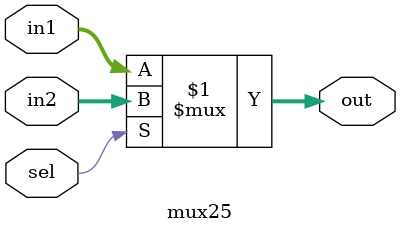
<source format=v>
module mux8(in1, in2, sel, out);
  input [7:0] in1, in2;
  input sel;
  output [7:0] out;
  
  assign out = sel?in2:in1;
  
endmodule
/////////////////////////
//mux25
module mux25(in1, in2, sel, out);
  input [24:0] in1, in2;
  input sel;
  output [24:0] out;
  
  assign out = sel?in2:in1;
  
endmodule

</source>
